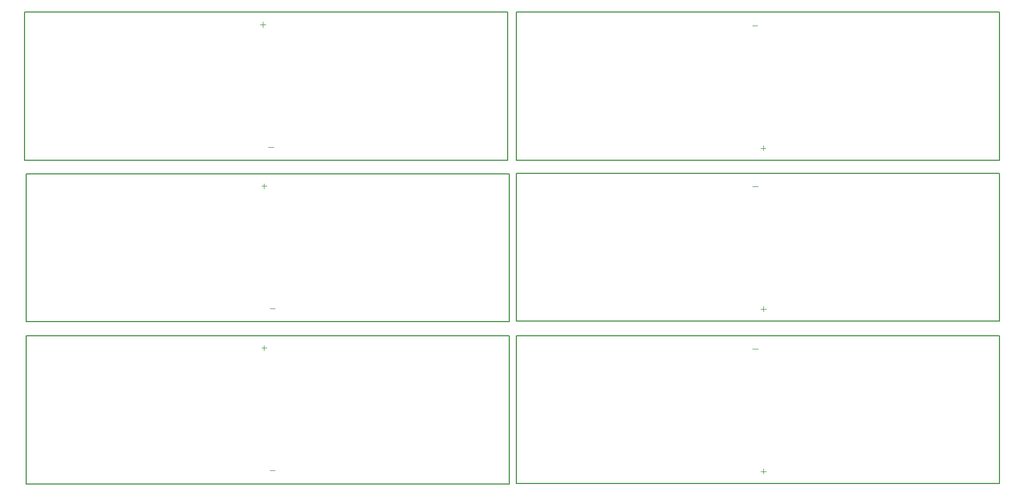
<source format=gbo>
G75*
G70*
%OFA0B0*%
%FSLAX24Y24*%
%IPPOS*%
%LPD*%
%AMOC8*
5,1,8,0,0,1.08239X$1,22.5*
%
%ADD10C,0.0050*%
%ADD11C,0.0040*%
D10*
X012362Y002429D02*
X012362Y011485D01*
X041890Y011485D01*
X041890Y002429D01*
X012362Y002429D01*
X012362Y012334D02*
X012362Y021389D01*
X041890Y021389D01*
X041890Y012334D01*
X012362Y012334D01*
X012281Y022213D02*
X012281Y031268D01*
X041809Y031268D01*
X041809Y022213D01*
X012281Y022213D01*
X042328Y022210D02*
X042328Y031266D01*
X071856Y031266D01*
X071856Y022210D01*
X042328Y022210D01*
X042338Y021424D02*
X071866Y021424D01*
X071866Y012369D01*
X042338Y012369D01*
X042338Y021424D01*
X042338Y011490D02*
X071865Y011490D01*
X071865Y002435D01*
X042338Y002435D01*
X042338Y011490D01*
D11*
X056775Y010685D02*
X057082Y010685D01*
X057428Y012965D02*
X057428Y013272D01*
X057275Y013119D02*
X057582Y013119D01*
X057082Y020619D02*
X056775Y020619D01*
X057418Y022807D02*
X057418Y023114D01*
X057265Y022961D02*
X057572Y022961D01*
X057072Y030461D02*
X056765Y030461D01*
X027486Y023018D02*
X027179Y023018D01*
X026913Y020792D02*
X026913Y020486D01*
X027066Y020639D02*
X026759Y020639D01*
X027259Y013139D02*
X027566Y013139D01*
X026913Y010888D02*
X026913Y010581D01*
X027066Y010735D02*
X026759Y010735D01*
X027259Y003235D02*
X027566Y003235D01*
X057275Y003185D02*
X057582Y003185D01*
X057428Y003339D02*
X057428Y003032D01*
X026986Y030518D02*
X026679Y030518D01*
X026832Y030671D02*
X026832Y030364D01*
M02*

</source>
